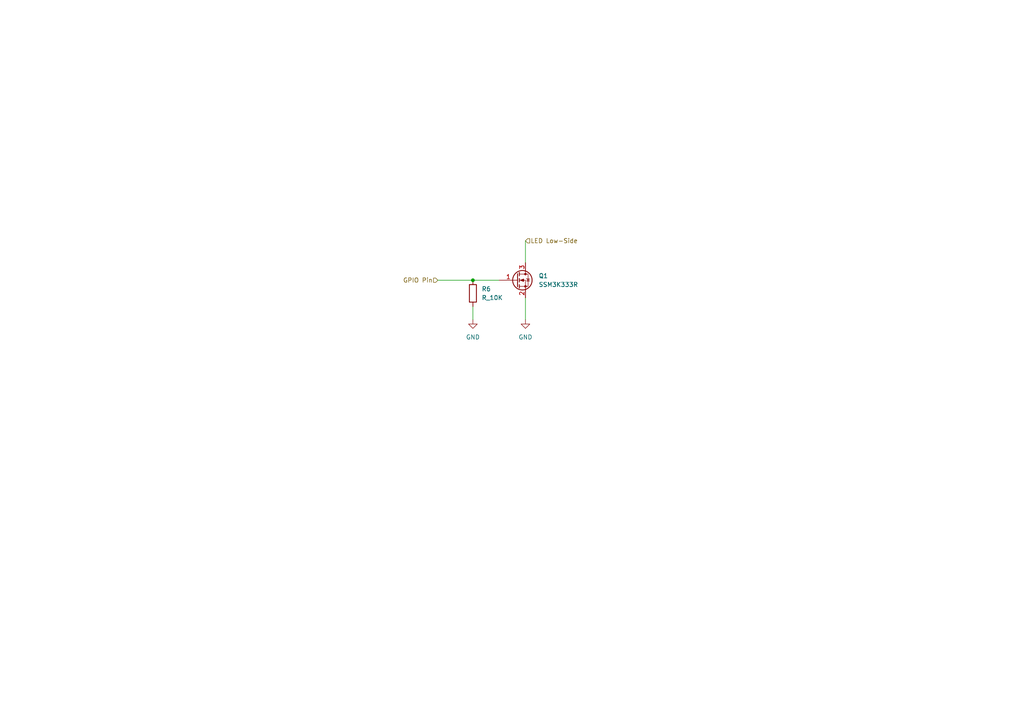
<source format=kicad_sch>
(kicad_sch (version 20211123) (generator eeschema)
  (paper "A4")
  (lib_symbols
    (symbol "formula:R_10K" (pin_numbers hide) (pin_names (offset 0))
      (property "Reference" "R" (at 2.032 0 90))
      (property "Value" "R_10K" (at -2.54 0 90))
      (symbol "R_10K_0_1"
        (rectangle (start -1.016 -2.54) (end 1.016 2.54) (stroke (width 0.254)))
      )
      (symbol "R_10K_1_1"
        (pin passive line (at 0 3.81 270) (length 1.27) (name "~") (number "1"))
        (pin passive line (at 0 -3.81 90) (length 1.27) (name "~") (number "2"))
      )
    )
    (symbol "formula:SSM3K333R" (pin_names (offset 0) hide)
      (property "Reference" "Q" (at 5.08 1.905 0))
      (property "Value" "SSM3K333R" (at 5.08 0 0))
      (symbol "SSM3K333R_0_1"
        (polyline (pts (xy 0.762 -1.778) (xy 2.54 -1.778)))
        (polyline (pts (xy 0.762 -1.27) (xy 0.762 -2.286)) (stroke (width 0.254)))
        (polyline (pts (xy 0.762 0) (xy 2.54 0)))
        (polyline (pts (xy 0.762 0.508) (xy 0.762 -0.508)) (stroke (width 0.254)))
        (polyline (pts (xy 0.762 1.778) (xy 2.54 1.778)))
        (polyline (pts (xy 0.762 2.286) (xy 0.762 1.27)) (stroke (width 0.254)))
        (polyline (pts (xy 2.54 -1.778) (xy 2.54 -2.54)))
        (polyline (pts (xy 2.54 -1.778) (xy 2.54 0)))
        (polyline (pts (xy 2.54 2.54) (xy 2.54 1.778)))
        (polyline (pts (xy 0.254 1.905) (xy 0.254 -1.905) (xy 0.254 -1.905)) (stroke (width 0.254)))
        (polyline (pts (xy 1.016 0) (xy 2.032 0.381) (xy 2.032 -0.381) (xy 1.016 0)) (fill (type outline)))
        (polyline (pts (xy 2.54 -1.778) (xy 3.302 -1.778) (xy 3.302 1.778) (xy 2.54 1.778)))
        (polyline (pts (xy 2.794 0.508) (xy 2.921 0.381) (xy 3.683 0.381) (xy 3.81 0.254)))
        (polyline (pts (xy 3.302 0.381) (xy 2.921 -0.254) (xy 3.683 -0.254) (xy 3.302 0.381)))
        (circle (center 1.651 0) (radius 2.8194) (stroke (width 0.254)))
        (circle (center 2.54 -1.778) (radius 0.2794) (fill (type outline)))
        (circle (center 2.54 1.778) (radius 0.2794) (fill (type outline)))
      )
      (symbol "SSM3K333R_1_1"
        (pin input line (at -5.08 0 0) (length 5.334) (name "G") (number "1"))
        (pin passive line (at 2.54 -5.08 90) (length 2.54) (name "S") (number "2"))
        (pin passive line (at 2.54 5.08 270) (length 2.54) (name "D") (number "3"))
      )
    )
    (symbol "power:GND" (power) (pin_names (offset 0))
      (property "Value" "GND" (at 0 -3.81 0))
      (symbol "GND_0_1"
        (polyline (pts (xy 0 0) (xy 0 -1.27) (xy 1.27 -1.27) (xy 0 -2.54) (xy -1.27 -1.27) (xy 0 -1.27)))
      )
      (symbol "GND_1_1"
        (pin power_in line (at 0 0 270) (length 0) hide (name "GND") (number "1"))
      )
    )
  )
  (junction (at 137.16 81.28))
  (wire (pts (xy 152.4 69.85) (xy 152.4 76.2)))
  (wire (pts (xy 152.4 86.36) (xy 152.4 92.71)))
  (wire (pts (xy 137.16 81.28) (xy 144.78 81.28)))
  (wire (pts (xy 137.16 88.9) (xy 137.16 92.71)))
  (wire (pts (xy 127 81.28) (xy 137.16 81.28)))
  (hierarchical_label "LED Low-Side" (shape input) (at 152.4 69.85 0))
  (hierarchical_label "GPIO Pin" (shape input) (at 127 81.28 180))
  (symbol (lib_id "formula:SSM3K333R") (at 149.86 81.28 0) (unit 1)
    (property "Reference" "Q1" (at 156.21 80.0099 0) (effects (justify left)))
    (property "Value" "SSM3K333R" (at 156.21 82.5499 0) (effects (justify left)))
    (property "Footprint" "footprints:SOT-23F" (effects hide))
    (property "Datasheet" "https://drive.google.com/drive/folders/0B-V-iZf33Y4GNzhDQTJZanJRbVk" (effects hide))
    (property "MFN" "DK" (effects hide))
    (property "MPN" "SSM3K333RLFCT-ND" (effects hide))
    (property "PurchasingLink" "https://www.digikey.com/product-detail/en/toshiba-semiconductor-and-storage/SSM3K333RLF/SSM3K333RLFCT-ND/3522391" (effects hide))
  )
  (symbol (lib_id "formula:R_10K") (at 137.16 85.09 0) (unit 1)
    (property "Reference" "R6" (at 139.7 83.8199 0) (effects (justify left)))
    (property "Value" "R_10K" (at 139.7 86.3599 0) (effects (justify left)))
    (property "Footprint" "footprints:R_0805_OEM" (effects hide))
    (property "Datasheet" "http://www.bourns.com/data/global/pdfs/CRS.pdf" (effects hide))
    (property "MFN" "DK" (effects hide))
    (property "MPN" "CRS0805-FX-1002ELFCT-ND" (effects hide))
    (property "PurchasingLink" "https://www.digikey.com/products/en?keywords=CRS0805-FX-1002ELFCT-ND" (effects hide))
  )
  (symbol (lib_id "power:GND") (at 137.16 92.71 0) (unit 1)
    (property "Reference" "#PWR?" (effects hide))
    (property "Value" "GND" (at 137.16 97.79 0))
  )
  (symbol (lib_id "power:GND") (at 152.4 92.71 0) (unit 1)
    (property "Reference" "#PWR?" (effects hide))
    (property "Value" "GND" (at 152.4 97.79 0))
  )
)
</source>
